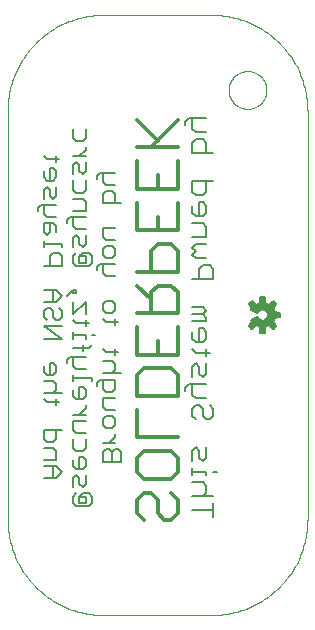
<source format=gbo>
G75*
%MOIN*%
%OFA0B0*%
%FSLAX25Y25*%
%IPPOS*%
%LPD*%
%AMOC8*
5,1,8,0,0,1.08239X$1,22.5*
%
%ADD10C,0.00000*%
%ADD11C,0.01200*%
%ADD12C,0.00600*%
%ADD13C,0.00500*%
%ADD14C,0.00591*%
D10*
X0001800Y0033816D02*
X0001800Y0169784D01*
X0001810Y0170570D01*
X0001839Y0171355D01*
X0001887Y0172139D01*
X0001954Y0172922D01*
X0002041Y0173703D01*
X0002147Y0174482D01*
X0002271Y0175258D01*
X0002415Y0176030D01*
X0002578Y0176799D01*
X0002759Y0177563D01*
X0002960Y0178323D01*
X0003179Y0179078D01*
X0003416Y0179827D01*
X0003672Y0180570D01*
X0003945Y0181306D01*
X0004237Y0182036D01*
X0004547Y0182758D01*
X0004874Y0183473D01*
X0005219Y0184179D01*
X0005580Y0184876D01*
X0005959Y0185565D01*
X0006355Y0186244D01*
X0006767Y0186912D01*
X0007196Y0187571D01*
X0007640Y0188219D01*
X0008101Y0188856D01*
X0008576Y0189481D01*
X0009067Y0190095D01*
X0009573Y0190696D01*
X0010094Y0191285D01*
X0010629Y0191860D01*
X0011177Y0192423D01*
X0011740Y0192971D01*
X0012315Y0193506D01*
X0012904Y0194027D01*
X0013505Y0194533D01*
X0014119Y0195024D01*
X0014744Y0195499D01*
X0015381Y0195960D01*
X0016029Y0196404D01*
X0016688Y0196833D01*
X0017356Y0197245D01*
X0018035Y0197641D01*
X0018724Y0198020D01*
X0019421Y0198381D01*
X0020127Y0198726D01*
X0020842Y0199053D01*
X0021564Y0199363D01*
X0022294Y0199655D01*
X0023030Y0199928D01*
X0023773Y0200184D01*
X0024522Y0200421D01*
X0025277Y0200640D01*
X0026037Y0200841D01*
X0026801Y0201022D01*
X0027570Y0201185D01*
X0028342Y0201329D01*
X0029118Y0201453D01*
X0029897Y0201559D01*
X0030678Y0201646D01*
X0031461Y0201713D01*
X0032245Y0201761D01*
X0033030Y0201790D01*
X0033816Y0201800D01*
X0069784Y0201800D01*
X0075501Y0176800D02*
X0075503Y0176958D01*
X0075509Y0177116D01*
X0075519Y0177274D01*
X0075533Y0177432D01*
X0075551Y0177589D01*
X0075572Y0177746D01*
X0075598Y0177902D01*
X0075628Y0178058D01*
X0075661Y0178213D01*
X0075699Y0178366D01*
X0075740Y0178519D01*
X0075785Y0178671D01*
X0075834Y0178822D01*
X0075887Y0178971D01*
X0075943Y0179119D01*
X0076003Y0179265D01*
X0076067Y0179410D01*
X0076135Y0179553D01*
X0076206Y0179695D01*
X0076280Y0179835D01*
X0076358Y0179972D01*
X0076440Y0180108D01*
X0076524Y0180242D01*
X0076613Y0180373D01*
X0076704Y0180502D01*
X0076799Y0180629D01*
X0076896Y0180754D01*
X0076997Y0180876D01*
X0077101Y0180995D01*
X0077208Y0181112D01*
X0077318Y0181226D01*
X0077431Y0181337D01*
X0077546Y0181446D01*
X0077664Y0181551D01*
X0077785Y0181653D01*
X0077908Y0181753D01*
X0078034Y0181849D01*
X0078162Y0181942D01*
X0078292Y0182032D01*
X0078425Y0182118D01*
X0078560Y0182202D01*
X0078696Y0182281D01*
X0078835Y0182358D01*
X0078976Y0182430D01*
X0079118Y0182500D01*
X0079262Y0182565D01*
X0079408Y0182627D01*
X0079555Y0182685D01*
X0079704Y0182740D01*
X0079854Y0182791D01*
X0080005Y0182838D01*
X0080157Y0182881D01*
X0080310Y0182920D01*
X0080465Y0182956D01*
X0080620Y0182987D01*
X0080776Y0183015D01*
X0080932Y0183039D01*
X0081089Y0183059D01*
X0081247Y0183075D01*
X0081404Y0183087D01*
X0081563Y0183095D01*
X0081721Y0183099D01*
X0081879Y0183099D01*
X0082037Y0183095D01*
X0082196Y0183087D01*
X0082353Y0183075D01*
X0082511Y0183059D01*
X0082668Y0183039D01*
X0082824Y0183015D01*
X0082980Y0182987D01*
X0083135Y0182956D01*
X0083290Y0182920D01*
X0083443Y0182881D01*
X0083595Y0182838D01*
X0083746Y0182791D01*
X0083896Y0182740D01*
X0084045Y0182685D01*
X0084192Y0182627D01*
X0084338Y0182565D01*
X0084482Y0182500D01*
X0084624Y0182430D01*
X0084765Y0182358D01*
X0084904Y0182281D01*
X0085040Y0182202D01*
X0085175Y0182118D01*
X0085308Y0182032D01*
X0085438Y0181942D01*
X0085566Y0181849D01*
X0085692Y0181753D01*
X0085815Y0181653D01*
X0085936Y0181551D01*
X0086054Y0181446D01*
X0086169Y0181337D01*
X0086282Y0181226D01*
X0086392Y0181112D01*
X0086499Y0180995D01*
X0086603Y0180876D01*
X0086704Y0180754D01*
X0086801Y0180629D01*
X0086896Y0180502D01*
X0086987Y0180373D01*
X0087076Y0180242D01*
X0087160Y0180108D01*
X0087242Y0179972D01*
X0087320Y0179835D01*
X0087394Y0179695D01*
X0087465Y0179553D01*
X0087533Y0179410D01*
X0087597Y0179265D01*
X0087657Y0179119D01*
X0087713Y0178971D01*
X0087766Y0178822D01*
X0087815Y0178671D01*
X0087860Y0178519D01*
X0087901Y0178366D01*
X0087939Y0178213D01*
X0087972Y0178058D01*
X0088002Y0177902D01*
X0088028Y0177746D01*
X0088049Y0177589D01*
X0088067Y0177432D01*
X0088081Y0177274D01*
X0088091Y0177116D01*
X0088097Y0176958D01*
X0088099Y0176800D01*
X0088097Y0176642D01*
X0088091Y0176484D01*
X0088081Y0176326D01*
X0088067Y0176168D01*
X0088049Y0176011D01*
X0088028Y0175854D01*
X0088002Y0175698D01*
X0087972Y0175542D01*
X0087939Y0175387D01*
X0087901Y0175234D01*
X0087860Y0175081D01*
X0087815Y0174929D01*
X0087766Y0174778D01*
X0087713Y0174629D01*
X0087657Y0174481D01*
X0087597Y0174335D01*
X0087533Y0174190D01*
X0087465Y0174047D01*
X0087394Y0173905D01*
X0087320Y0173765D01*
X0087242Y0173628D01*
X0087160Y0173492D01*
X0087076Y0173358D01*
X0086987Y0173227D01*
X0086896Y0173098D01*
X0086801Y0172971D01*
X0086704Y0172846D01*
X0086603Y0172724D01*
X0086499Y0172605D01*
X0086392Y0172488D01*
X0086282Y0172374D01*
X0086169Y0172263D01*
X0086054Y0172154D01*
X0085936Y0172049D01*
X0085815Y0171947D01*
X0085692Y0171847D01*
X0085566Y0171751D01*
X0085438Y0171658D01*
X0085308Y0171568D01*
X0085175Y0171482D01*
X0085040Y0171398D01*
X0084904Y0171319D01*
X0084765Y0171242D01*
X0084624Y0171170D01*
X0084482Y0171100D01*
X0084338Y0171035D01*
X0084192Y0170973D01*
X0084045Y0170915D01*
X0083896Y0170860D01*
X0083746Y0170809D01*
X0083595Y0170762D01*
X0083443Y0170719D01*
X0083290Y0170680D01*
X0083135Y0170644D01*
X0082980Y0170613D01*
X0082824Y0170585D01*
X0082668Y0170561D01*
X0082511Y0170541D01*
X0082353Y0170525D01*
X0082196Y0170513D01*
X0082037Y0170505D01*
X0081879Y0170501D01*
X0081721Y0170501D01*
X0081563Y0170505D01*
X0081404Y0170513D01*
X0081247Y0170525D01*
X0081089Y0170541D01*
X0080932Y0170561D01*
X0080776Y0170585D01*
X0080620Y0170613D01*
X0080465Y0170644D01*
X0080310Y0170680D01*
X0080157Y0170719D01*
X0080005Y0170762D01*
X0079854Y0170809D01*
X0079704Y0170860D01*
X0079555Y0170915D01*
X0079408Y0170973D01*
X0079262Y0171035D01*
X0079118Y0171100D01*
X0078976Y0171170D01*
X0078835Y0171242D01*
X0078696Y0171319D01*
X0078560Y0171398D01*
X0078425Y0171482D01*
X0078292Y0171568D01*
X0078162Y0171658D01*
X0078034Y0171751D01*
X0077908Y0171847D01*
X0077785Y0171947D01*
X0077664Y0172049D01*
X0077546Y0172154D01*
X0077431Y0172263D01*
X0077318Y0172374D01*
X0077208Y0172488D01*
X0077101Y0172605D01*
X0076997Y0172724D01*
X0076896Y0172846D01*
X0076799Y0172971D01*
X0076704Y0173098D01*
X0076613Y0173227D01*
X0076524Y0173358D01*
X0076440Y0173492D01*
X0076358Y0173628D01*
X0076280Y0173765D01*
X0076206Y0173905D01*
X0076135Y0174047D01*
X0076067Y0174190D01*
X0076003Y0174335D01*
X0075943Y0174481D01*
X0075887Y0174629D01*
X0075834Y0174778D01*
X0075785Y0174929D01*
X0075740Y0175081D01*
X0075699Y0175234D01*
X0075661Y0175387D01*
X0075628Y0175542D01*
X0075598Y0175698D01*
X0075572Y0175854D01*
X0075551Y0176011D01*
X0075533Y0176168D01*
X0075519Y0176326D01*
X0075509Y0176484D01*
X0075503Y0176642D01*
X0075501Y0176800D01*
X0069784Y0201800D02*
X0070558Y0201791D01*
X0071331Y0201763D01*
X0072103Y0201716D01*
X0072874Y0201651D01*
X0073643Y0201567D01*
X0074410Y0201464D01*
X0075174Y0201343D01*
X0075935Y0201204D01*
X0076693Y0201046D01*
X0077446Y0200870D01*
X0078195Y0200675D01*
X0078939Y0200463D01*
X0079677Y0200233D01*
X0080410Y0199985D01*
X0081137Y0199719D01*
X0081857Y0199436D01*
X0082570Y0199136D01*
X0083276Y0198818D01*
X0083973Y0198484D01*
X0084663Y0198133D01*
X0085343Y0197765D01*
X0086015Y0197381D01*
X0086677Y0196981D01*
X0087329Y0196564D01*
X0087971Y0196133D01*
X0088603Y0195685D01*
X0089223Y0195223D01*
X0089832Y0194746D01*
X0090429Y0194254D01*
X0091015Y0193748D01*
X0091587Y0193228D01*
X0092148Y0192695D01*
X0092695Y0192148D01*
X0093228Y0191587D01*
X0093748Y0191015D01*
X0094254Y0190429D01*
X0094746Y0189832D01*
X0095223Y0189223D01*
X0095685Y0188603D01*
X0096133Y0187971D01*
X0096564Y0187329D01*
X0096981Y0186677D01*
X0097381Y0186015D01*
X0097765Y0185343D01*
X0098133Y0184663D01*
X0098484Y0183973D01*
X0098818Y0183276D01*
X0099136Y0182570D01*
X0099436Y0181857D01*
X0099719Y0181137D01*
X0099985Y0180410D01*
X0100233Y0179677D01*
X0100463Y0178939D01*
X0100675Y0178195D01*
X0100870Y0177446D01*
X0101046Y0176693D01*
X0101204Y0175935D01*
X0101343Y0175174D01*
X0101464Y0174410D01*
X0101567Y0173643D01*
X0101651Y0172874D01*
X0101716Y0172103D01*
X0101763Y0171331D01*
X0101791Y0170558D01*
X0101800Y0169784D01*
X0101800Y0033816D01*
X0101791Y0033042D01*
X0101763Y0032269D01*
X0101716Y0031497D01*
X0101651Y0030726D01*
X0101567Y0029957D01*
X0101464Y0029190D01*
X0101343Y0028426D01*
X0101204Y0027665D01*
X0101046Y0026907D01*
X0100870Y0026154D01*
X0100675Y0025405D01*
X0100463Y0024661D01*
X0100233Y0023923D01*
X0099985Y0023190D01*
X0099719Y0022463D01*
X0099436Y0021743D01*
X0099136Y0021030D01*
X0098818Y0020324D01*
X0098484Y0019627D01*
X0098133Y0018937D01*
X0097765Y0018257D01*
X0097381Y0017585D01*
X0096981Y0016923D01*
X0096564Y0016271D01*
X0096133Y0015629D01*
X0095685Y0014997D01*
X0095223Y0014377D01*
X0094746Y0013768D01*
X0094254Y0013171D01*
X0093748Y0012585D01*
X0093228Y0012013D01*
X0092695Y0011452D01*
X0092148Y0010905D01*
X0091587Y0010372D01*
X0091015Y0009852D01*
X0090429Y0009346D01*
X0089832Y0008854D01*
X0089223Y0008377D01*
X0088603Y0007915D01*
X0087971Y0007467D01*
X0087329Y0007036D01*
X0086677Y0006619D01*
X0086015Y0006219D01*
X0085343Y0005835D01*
X0084663Y0005467D01*
X0083973Y0005116D01*
X0083276Y0004782D01*
X0082570Y0004464D01*
X0081857Y0004164D01*
X0081137Y0003881D01*
X0080410Y0003615D01*
X0079677Y0003367D01*
X0078939Y0003137D01*
X0078195Y0002925D01*
X0077446Y0002730D01*
X0076693Y0002554D01*
X0075935Y0002396D01*
X0075174Y0002257D01*
X0074410Y0002136D01*
X0073643Y0002033D01*
X0072874Y0001949D01*
X0072103Y0001884D01*
X0071331Y0001837D01*
X0070558Y0001809D01*
X0069784Y0001800D01*
X0033816Y0001800D01*
X0033042Y0001809D01*
X0032269Y0001837D01*
X0031497Y0001884D01*
X0030726Y0001949D01*
X0029957Y0002033D01*
X0029190Y0002136D01*
X0028426Y0002257D01*
X0027665Y0002396D01*
X0026907Y0002554D01*
X0026154Y0002730D01*
X0025405Y0002925D01*
X0024661Y0003137D01*
X0023923Y0003367D01*
X0023190Y0003615D01*
X0022463Y0003881D01*
X0021743Y0004164D01*
X0021030Y0004464D01*
X0020324Y0004782D01*
X0019627Y0005116D01*
X0018937Y0005467D01*
X0018257Y0005835D01*
X0017585Y0006219D01*
X0016923Y0006619D01*
X0016271Y0007036D01*
X0015629Y0007467D01*
X0014997Y0007915D01*
X0014377Y0008377D01*
X0013768Y0008854D01*
X0013171Y0009346D01*
X0012585Y0009852D01*
X0012013Y0010372D01*
X0011452Y0010905D01*
X0010905Y0011452D01*
X0010372Y0012013D01*
X0009852Y0012585D01*
X0009346Y0013171D01*
X0008854Y0013768D01*
X0008377Y0014377D01*
X0007915Y0014997D01*
X0007467Y0015629D01*
X0007036Y0016271D01*
X0006619Y0016923D01*
X0006219Y0017585D01*
X0005835Y0018257D01*
X0005467Y0018937D01*
X0005116Y0019627D01*
X0004782Y0020324D01*
X0004464Y0021030D01*
X0004164Y0021743D01*
X0003881Y0022463D01*
X0003615Y0023190D01*
X0003367Y0023923D01*
X0003137Y0024661D01*
X0002925Y0025405D01*
X0002730Y0026154D01*
X0002554Y0026907D01*
X0002396Y0027665D01*
X0002257Y0028426D01*
X0002136Y0029190D01*
X0002033Y0029957D01*
X0001949Y0030726D01*
X0001884Y0031497D01*
X0001837Y0032269D01*
X0001809Y0033042D01*
X0001800Y0033816D01*
D11*
X0044900Y0035643D02*
X0047202Y0033341D01*
X0044900Y0035643D02*
X0044900Y0040247D01*
X0047202Y0042549D01*
X0049504Y0042549D01*
X0051806Y0040247D01*
X0051806Y0035643D01*
X0054108Y0033341D01*
X0056410Y0033341D01*
X0058712Y0035643D01*
X0058712Y0040247D01*
X0056410Y0042549D01*
X0056410Y0047153D02*
X0047202Y0047153D01*
X0044900Y0049455D01*
X0044900Y0054059D01*
X0047202Y0056361D01*
X0056410Y0056361D01*
X0058712Y0054059D01*
X0058712Y0049455D01*
X0056410Y0047153D01*
X0058712Y0060965D02*
X0044900Y0060965D01*
X0044900Y0070172D01*
X0044900Y0074776D02*
X0044900Y0081682D01*
X0047202Y0083984D01*
X0056410Y0083984D01*
X0058712Y0081682D01*
X0058712Y0074776D01*
X0044900Y0074776D01*
X0044900Y0088588D02*
X0044900Y0097796D01*
X0044900Y0102400D02*
X0058712Y0102400D01*
X0058712Y0109306D01*
X0056410Y0111608D01*
X0051806Y0111608D01*
X0049504Y0109306D01*
X0049504Y0102400D01*
X0049504Y0107004D02*
X0044900Y0111608D01*
X0044900Y0116212D02*
X0058712Y0116212D01*
X0058712Y0123118D01*
X0056410Y0125420D01*
X0051806Y0125420D01*
X0049504Y0123118D01*
X0049504Y0116212D01*
X0051806Y0130024D02*
X0051806Y0134627D01*
X0051806Y0143835D02*
X0051806Y0148439D01*
X0049504Y0157647D02*
X0058712Y0166855D01*
X0058712Y0157647D02*
X0044900Y0157647D01*
X0044900Y0153043D02*
X0044900Y0143835D01*
X0058712Y0143835D01*
X0058712Y0153043D01*
X0051806Y0159949D02*
X0044900Y0166855D01*
X0044900Y0139231D02*
X0044900Y0130024D01*
X0058712Y0130024D01*
X0058712Y0139231D01*
X0058712Y0097796D02*
X0058712Y0088588D01*
X0044900Y0088588D01*
X0051806Y0088588D02*
X0051806Y0093192D01*
D12*
X0062132Y0078779D02*
X0060965Y0077611D01*
X0060965Y0076443D01*
X0062132Y0078779D02*
X0067971Y0078779D01*
X0066803Y0081106D02*
X0067971Y0082274D01*
X0067971Y0085777D01*
X0067971Y0088104D02*
X0067971Y0090439D01*
X0069138Y0089272D02*
X0064468Y0089272D01*
X0063300Y0090439D01*
X0064468Y0092769D02*
X0066803Y0092769D01*
X0067971Y0093937D01*
X0067971Y0096272D01*
X0066803Y0097440D01*
X0065635Y0097440D01*
X0065635Y0092769D01*
X0064468Y0092769D02*
X0063300Y0093937D01*
X0063300Y0096272D01*
X0063300Y0099767D02*
X0067971Y0099767D01*
X0067971Y0100935D01*
X0066803Y0102103D01*
X0067971Y0103270D01*
X0066803Y0104438D01*
X0063300Y0104438D01*
X0063300Y0102103D02*
X0066803Y0102103D01*
X0065635Y0113763D02*
X0065635Y0117266D01*
X0066803Y0118434D01*
X0069138Y0118434D01*
X0070306Y0117266D01*
X0070306Y0113763D01*
X0063300Y0113763D01*
X0064468Y0120761D02*
X0063300Y0121929D01*
X0064468Y0123096D01*
X0063300Y0124264D01*
X0064468Y0125432D01*
X0067971Y0125432D01*
X0067971Y0127759D02*
X0067971Y0131262D01*
X0066803Y0132430D01*
X0063300Y0132430D01*
X0064468Y0134757D02*
X0063300Y0135925D01*
X0063300Y0138260D01*
X0064468Y0134757D02*
X0066803Y0134757D01*
X0067971Y0135925D01*
X0067971Y0138260D01*
X0066803Y0139428D01*
X0065635Y0139428D01*
X0065635Y0134757D01*
X0064468Y0141755D02*
X0066803Y0141755D01*
X0067971Y0142923D01*
X0067971Y0146426D01*
X0070306Y0146426D02*
X0063300Y0146426D01*
X0063300Y0142923D01*
X0064468Y0141755D01*
X0063300Y0127759D02*
X0067971Y0127759D01*
X0067971Y0120761D02*
X0064468Y0120761D01*
X0064468Y0085777D02*
X0065635Y0084609D01*
X0065635Y0082274D01*
X0066803Y0081106D01*
X0063300Y0081106D02*
X0063300Y0084609D01*
X0064468Y0085777D01*
X0063300Y0078779D02*
X0063300Y0075276D01*
X0064468Y0074108D01*
X0067971Y0074108D01*
X0069138Y0071781D02*
X0070306Y0070613D01*
X0070306Y0068278D01*
X0069138Y0067110D01*
X0067971Y0067110D01*
X0066803Y0068278D01*
X0066803Y0070613D01*
X0065635Y0071781D01*
X0064468Y0071781D01*
X0063300Y0070613D01*
X0063300Y0068278D01*
X0064468Y0067110D01*
X0064468Y0057785D02*
X0065635Y0056617D01*
X0065635Y0054282D01*
X0066803Y0053114D01*
X0067971Y0054282D01*
X0067971Y0057785D01*
X0064468Y0057785D02*
X0063300Y0056617D01*
X0063300Y0053114D01*
X0063300Y0050784D02*
X0063300Y0048449D01*
X0063300Y0049616D02*
X0067971Y0049616D01*
X0067971Y0048449D01*
X0066803Y0046121D02*
X0063300Y0046121D01*
X0063300Y0041451D02*
X0070306Y0041451D01*
X0070306Y0039124D02*
X0070306Y0034453D01*
X0070306Y0036788D02*
X0063300Y0036788D01*
X0066803Y0041451D02*
X0067971Y0042618D01*
X0067971Y0044954D01*
X0066803Y0046121D01*
X0070306Y0049616D02*
X0071474Y0049616D01*
X0070306Y0155751D02*
X0063300Y0155751D01*
X0063300Y0159254D01*
X0064468Y0160422D01*
X0066803Y0160422D01*
X0067971Y0159254D01*
X0067971Y0155751D01*
X0067971Y0162749D02*
X0064468Y0162749D01*
X0063300Y0163917D01*
X0063300Y0167420D01*
X0062132Y0167420D02*
X0060965Y0166252D01*
X0060965Y0165084D01*
X0062132Y0167420D02*
X0067971Y0167420D01*
D13*
X0039755Y0139020D02*
X0033650Y0139020D01*
X0033650Y0142072D01*
X0034668Y0143090D01*
X0036703Y0143090D01*
X0037720Y0142072D01*
X0037720Y0139020D01*
X0037720Y0145097D02*
X0034668Y0145097D01*
X0033650Y0146114D01*
X0033650Y0149167D01*
X0032632Y0149167D02*
X0031615Y0148149D01*
X0031615Y0147132D01*
X0032632Y0149167D02*
X0037720Y0149167D01*
X0037720Y0130935D02*
X0033650Y0130935D01*
X0033650Y0127883D01*
X0034668Y0126865D01*
X0037720Y0126865D01*
X0036703Y0124858D02*
X0037720Y0123841D01*
X0037720Y0121805D01*
X0036703Y0120788D01*
X0034668Y0120788D01*
X0033650Y0121805D01*
X0033650Y0123841D01*
X0034668Y0124858D01*
X0036703Y0124858D01*
X0037720Y0118781D02*
X0032632Y0118781D01*
X0031615Y0117763D01*
X0031615Y0116746D01*
X0033650Y0115728D02*
X0033650Y0118781D01*
X0033650Y0115728D02*
X0034668Y0114711D01*
X0037720Y0114711D01*
X0036703Y0106627D02*
X0034668Y0106627D01*
X0033650Y0105609D01*
X0033650Y0103574D01*
X0034668Y0102556D01*
X0036703Y0102556D01*
X0037720Y0103574D01*
X0037720Y0105609D01*
X0036703Y0106627D01*
X0037720Y0100540D02*
X0037720Y0098505D01*
X0038738Y0099522D02*
X0034668Y0099522D01*
X0033650Y0100540D01*
X0030873Y0094965D02*
X0029855Y0094965D01*
X0029855Y0091931D02*
X0028838Y0090913D01*
X0023750Y0090913D01*
X0023750Y0087889D02*
X0023750Y0084836D01*
X0024768Y0083818D01*
X0027820Y0083818D01*
X0029855Y0080784D02*
X0023750Y0080784D01*
X0023750Y0079767D02*
X0023750Y0081802D01*
X0025785Y0077760D02*
X0025785Y0073690D01*
X0024768Y0073690D02*
X0026803Y0073690D01*
X0027820Y0074707D01*
X0027820Y0076742D01*
X0026803Y0077760D01*
X0025785Y0077760D01*
X0023750Y0076742D02*
X0023750Y0074707D01*
X0024768Y0073690D01*
X0027820Y0071678D02*
X0027820Y0070660D01*
X0025785Y0068625D01*
X0023750Y0068625D02*
X0027820Y0068625D01*
X0027820Y0066618D02*
X0023750Y0066618D01*
X0023750Y0063566D01*
X0024768Y0062548D01*
X0027820Y0062548D01*
X0027820Y0060541D02*
X0027820Y0057489D01*
X0026803Y0056471D01*
X0024768Y0056471D01*
X0023750Y0057489D01*
X0023750Y0060541D01*
X0019955Y0063580D02*
X0013850Y0063580D01*
X0013850Y0060527D01*
X0014868Y0059510D01*
X0016903Y0059510D01*
X0017920Y0060527D01*
X0017920Y0063580D01*
X0016903Y0057503D02*
X0013850Y0057503D01*
X0013850Y0053432D02*
X0017920Y0053432D01*
X0017920Y0056485D01*
X0016903Y0057503D01*
X0016903Y0051425D02*
X0016903Y0047355D01*
X0017920Y0047355D02*
X0019955Y0049390D01*
X0017920Y0051425D01*
X0013850Y0051425D01*
X0013850Y0047355D02*
X0017920Y0047355D01*
X0023750Y0047369D02*
X0023750Y0044317D01*
X0024768Y0042310D02*
X0023750Y0041292D01*
X0023750Y0039257D01*
X0024768Y0038239D01*
X0028838Y0038239D01*
X0029855Y0039257D01*
X0029855Y0041292D01*
X0028838Y0042310D01*
X0026803Y0042310D01*
X0025785Y0041292D01*
X0027820Y0041292D01*
X0027820Y0039257D01*
X0025785Y0039257D01*
X0025785Y0041292D01*
X0026803Y0044317D02*
X0027820Y0045334D01*
X0027820Y0048387D01*
X0026803Y0050394D02*
X0027820Y0051411D01*
X0027820Y0053446D01*
X0026803Y0054464D01*
X0025785Y0054464D01*
X0025785Y0050394D01*
X0024768Y0050394D02*
X0026803Y0050394D01*
X0024768Y0048387D02*
X0025785Y0047369D01*
X0025785Y0045334D01*
X0026803Y0044317D01*
X0023750Y0047369D02*
X0024768Y0048387D01*
X0024768Y0050394D02*
X0023750Y0051411D01*
X0023750Y0053446D01*
X0017920Y0071664D02*
X0017920Y0073699D01*
X0018938Y0072682D02*
X0014868Y0072682D01*
X0013850Y0073699D01*
X0013850Y0075715D02*
X0019955Y0075715D01*
X0017920Y0076733D02*
X0017920Y0078768D01*
X0016903Y0079786D01*
X0013850Y0079786D01*
X0014868Y0081793D02*
X0013850Y0082810D01*
X0013850Y0084845D01*
X0014868Y0081793D02*
X0016903Y0081793D01*
X0017920Y0082810D01*
X0017920Y0084845D01*
X0016903Y0085863D01*
X0015885Y0085863D01*
X0015885Y0081793D01*
X0017920Y0076733D02*
X0016903Y0075715D01*
X0021715Y0085853D02*
X0021715Y0086871D01*
X0022732Y0087889D01*
X0027820Y0087889D01*
X0026803Y0089896D02*
X0026803Y0091931D01*
X0027820Y0093947D02*
X0027820Y0094965D01*
X0023750Y0094965D01*
X0023750Y0095982D02*
X0023750Y0093947D01*
X0024768Y0099016D02*
X0023750Y0100034D01*
X0024768Y0099016D02*
X0028838Y0099016D01*
X0027820Y0097998D02*
X0027820Y0100034D01*
X0027820Y0102050D02*
X0027820Y0106120D01*
X0023750Y0102050D01*
X0023750Y0106120D01*
X0023750Y0109145D02*
X0023750Y0110162D01*
X0024768Y0110162D01*
X0024768Y0109145D01*
X0023750Y0109145D01*
X0023750Y0110162D02*
X0021715Y0108127D01*
X0019955Y0108136D02*
X0017920Y0110172D01*
X0013850Y0110172D01*
X0013850Y0106101D02*
X0017920Y0106101D01*
X0019955Y0108136D01*
X0018938Y0104094D02*
X0019955Y0103077D01*
X0019955Y0101042D01*
X0018938Y0100024D01*
X0017920Y0100024D01*
X0016903Y0101042D01*
X0016903Y0103077D01*
X0015885Y0104094D01*
X0014868Y0104094D01*
X0013850Y0103077D01*
X0013850Y0101042D01*
X0014868Y0100024D01*
X0013850Y0098017D02*
X0019955Y0098017D01*
X0019955Y0093947D02*
X0013850Y0098017D01*
X0013850Y0093947D02*
X0019955Y0093947D01*
X0016903Y0106101D02*
X0016903Y0110172D01*
X0015885Y0118256D02*
X0015885Y0121308D01*
X0016903Y0122326D01*
X0018938Y0122326D01*
X0019955Y0121308D01*
X0019955Y0118256D01*
X0013850Y0118256D01*
X0013850Y0124333D02*
X0013850Y0126368D01*
X0013850Y0125351D02*
X0019955Y0125351D01*
X0019955Y0124333D01*
X0017920Y0129402D02*
X0017920Y0131437D01*
X0016903Y0132455D01*
X0013850Y0132455D01*
X0013850Y0129402D01*
X0014868Y0128384D01*
X0015885Y0129402D01*
X0015885Y0132455D01*
X0014868Y0134462D02*
X0013850Y0135479D01*
X0013850Y0138532D01*
X0012832Y0138532D02*
X0011815Y0137514D01*
X0011815Y0136497D01*
X0012832Y0138532D02*
X0017920Y0138532D01*
X0016903Y0140539D02*
X0017920Y0141556D01*
X0017920Y0144609D01*
X0016903Y0146616D02*
X0017920Y0147634D01*
X0017920Y0149669D01*
X0016903Y0150686D01*
X0015885Y0150686D01*
X0015885Y0146616D01*
X0014868Y0146616D02*
X0016903Y0146616D01*
X0014868Y0146616D02*
X0013850Y0147634D01*
X0013850Y0149669D01*
X0014868Y0153711D02*
X0013850Y0154728D01*
X0014868Y0153711D02*
X0018938Y0153711D01*
X0017920Y0154728D02*
X0017920Y0152693D01*
X0014868Y0144609D02*
X0015885Y0143591D01*
X0015885Y0141556D01*
X0016903Y0140539D01*
X0013850Y0143591D02*
X0014868Y0144609D01*
X0013850Y0143591D02*
X0013850Y0140539D01*
X0014868Y0134462D02*
X0017920Y0134462D01*
X0021715Y0133463D02*
X0021715Y0132445D01*
X0021715Y0133463D02*
X0022732Y0134480D01*
X0027820Y0134480D01*
X0027820Y0136487D02*
X0027820Y0139540D01*
X0026803Y0140557D01*
X0023750Y0140557D01*
X0024768Y0142565D02*
X0023750Y0143582D01*
X0023750Y0146635D01*
X0023750Y0148642D02*
X0023750Y0151694D01*
X0024768Y0152712D01*
X0025785Y0151694D01*
X0025785Y0149659D01*
X0026803Y0148642D01*
X0027820Y0149659D01*
X0027820Y0152712D01*
X0027820Y0154719D02*
X0023750Y0154719D01*
X0025785Y0154719D02*
X0027820Y0156754D01*
X0027820Y0157772D01*
X0026803Y0159783D02*
X0024768Y0159783D01*
X0023750Y0160801D01*
X0023750Y0163853D01*
X0027820Y0160801D02*
X0026803Y0159783D01*
X0027820Y0160801D02*
X0027820Y0163853D01*
X0027820Y0146635D02*
X0027820Y0143582D01*
X0026803Y0142565D01*
X0024768Y0142565D01*
X0023750Y0136487D02*
X0027820Y0136487D01*
X0027820Y0130410D02*
X0024768Y0130410D01*
X0023750Y0131428D01*
X0023750Y0134480D01*
X0024768Y0128403D02*
X0025785Y0127386D01*
X0025785Y0125350D01*
X0026803Y0124333D01*
X0027820Y0125350D01*
X0027820Y0128403D01*
X0024768Y0128403D02*
X0023750Y0127386D01*
X0023750Y0124333D01*
X0024768Y0122326D02*
X0023750Y0121308D01*
X0023750Y0119273D01*
X0024768Y0118256D01*
X0028838Y0118256D01*
X0029855Y0119273D01*
X0029855Y0121308D01*
X0028838Y0122326D01*
X0026803Y0122326D01*
X0025785Y0121308D01*
X0027820Y0121308D01*
X0027820Y0119273D01*
X0025785Y0119273D01*
X0025785Y0121308D01*
X0033650Y0090411D02*
X0034668Y0089394D01*
X0038738Y0089394D01*
X0037720Y0090411D02*
X0037720Y0088376D01*
X0036703Y0086369D02*
X0033650Y0086369D01*
X0033650Y0082299D02*
X0039755Y0082299D01*
X0037720Y0083317D02*
X0037720Y0085352D01*
X0036703Y0086369D01*
X0037720Y0083317D02*
X0036703Y0082299D01*
X0037720Y0080292D02*
X0037720Y0077239D01*
X0036703Y0076222D01*
X0034668Y0076222D01*
X0033650Y0077239D01*
X0033650Y0080292D01*
X0032632Y0080292D02*
X0037720Y0080292D01*
X0037720Y0074215D02*
X0033650Y0074215D01*
X0033650Y0071162D01*
X0034668Y0070145D01*
X0037720Y0070145D01*
X0036703Y0068138D02*
X0037720Y0067120D01*
X0037720Y0065085D01*
X0036703Y0064068D01*
X0034668Y0064068D01*
X0033650Y0065085D01*
X0033650Y0067120D01*
X0034668Y0068138D01*
X0036703Y0068138D01*
X0037720Y0062056D02*
X0037720Y0061038D01*
X0035685Y0059003D01*
X0035685Y0056996D02*
X0034668Y0056996D01*
X0033650Y0055979D01*
X0033650Y0052926D01*
X0039755Y0052926D01*
X0039755Y0055979D01*
X0038738Y0056996D01*
X0037720Y0056996D01*
X0036703Y0055979D01*
X0036703Y0052926D01*
X0036703Y0055979D02*
X0035685Y0056996D01*
X0033650Y0059003D02*
X0037720Y0059003D01*
X0031615Y0078257D02*
X0031615Y0079275D01*
X0032632Y0080292D01*
X0029855Y0080784D02*
X0029855Y0079767D01*
D14*
X0082146Y0098164D02*
X0083357Y0099648D01*
X0083049Y0100246D01*
X0085095Y0101094D01*
X0085307Y0100715D01*
X0085601Y0100397D01*
X0085962Y0100155D01*
X0086369Y0100005D01*
X0086800Y0099954D01*
X0087239Y0100007D01*
X0087652Y0100163D01*
X0088017Y0100412D01*
X0088311Y0100741D01*
X0088520Y0101131D01*
X0088629Y0101559D01*
X0088634Y0102001D01*
X0088534Y0102431D01*
X0088334Y0102825D01*
X0088046Y0103160D01*
X0087687Y0103418D01*
X0087277Y0103582D01*
X0086840Y0103645D01*
X0086400Y0103601D01*
X0085984Y0103455D01*
X0085614Y0103214D01*
X0085312Y0102891D01*
X0085095Y0102506D01*
X0083049Y0103354D01*
X0083357Y0103952D01*
X0082146Y0105436D01*
X0083164Y0106454D01*
X0084648Y0105243D01*
X0085246Y0105551D01*
X0085887Y0105756D01*
X0086080Y0107661D01*
X0087520Y0107661D01*
X0087713Y0105756D01*
X0088354Y0105551D01*
X0088952Y0105243D01*
X0090436Y0106454D01*
X0091454Y0105436D01*
X0090243Y0103952D01*
X0090551Y0103354D01*
X0090756Y0102713D01*
X0092661Y0102520D01*
X0092661Y0101080D01*
X0090756Y0100887D01*
X0090551Y0100246D01*
X0090243Y0099648D01*
X0091454Y0098164D01*
X0090436Y0097146D01*
X0088952Y0098357D01*
X0088354Y0098049D01*
X0087713Y0097844D01*
X0087520Y0095939D01*
X0086080Y0095939D01*
X0085887Y0097844D01*
X0085246Y0098049D01*
X0084648Y0098357D01*
X0083164Y0097146D01*
X0082146Y0098164D01*
X0082344Y0098406D02*
X0091256Y0098406D01*
X0091107Y0097817D02*
X0089613Y0097817D01*
X0090336Y0097228D02*
X0090517Y0097228D01*
X0090776Y0098995D02*
X0082824Y0098995D01*
X0083304Y0099584D02*
X0090296Y0099584D01*
X0090514Y0100173D02*
X0087667Y0100173D01*
X0088323Y0100762D02*
X0090717Y0100762D01*
X0090627Y0103119D02*
X0088082Y0103119D01*
X0088484Y0102530D02*
X0092563Y0102530D01*
X0092661Y0101941D02*
X0088633Y0101941D01*
X0088576Y0101352D02*
X0092661Y0101352D01*
X0090369Y0103708D02*
X0083231Y0103708D01*
X0083075Y0104297D02*
X0090525Y0104297D01*
X0091005Y0104886D02*
X0082595Y0104886D01*
X0082186Y0105475D02*
X0084364Y0105475D01*
X0085098Y0105475D02*
X0088502Y0105475D01*
X0089236Y0105475D02*
X0091414Y0105475D01*
X0090825Y0106064D02*
X0089958Y0106064D01*
X0087682Y0106064D02*
X0085918Y0106064D01*
X0085978Y0106653D02*
X0087622Y0106653D01*
X0087562Y0107242D02*
X0086038Y0107242D01*
X0085525Y0103119D02*
X0083617Y0103119D01*
X0084295Y0100762D02*
X0085280Y0100762D01*
X0085935Y0100173D02*
X0083086Y0100173D01*
X0082493Y0097817D02*
X0083987Y0097817D01*
X0083264Y0097228D02*
X0083083Y0097228D01*
X0085949Y0097228D02*
X0087651Y0097228D01*
X0087591Y0096639D02*
X0086009Y0096639D01*
X0086069Y0096050D02*
X0087531Y0096050D01*
X0087711Y0097817D02*
X0085889Y0097817D01*
X0085108Y0102530D02*
X0085038Y0102530D01*
X0083642Y0106064D02*
X0082775Y0106064D01*
M02*

</source>
